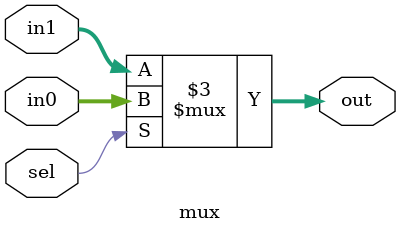
<source format=sv>
`timescale 1ns / 1ps


module mux(
    input logic sel,
    input logic[31:0] in0,in1,
    output logic[31:0] out
    );

    always_comb begin
        if(sel)
            out=in0;
        else
            out=in1;
    end

endmodule

</source>
